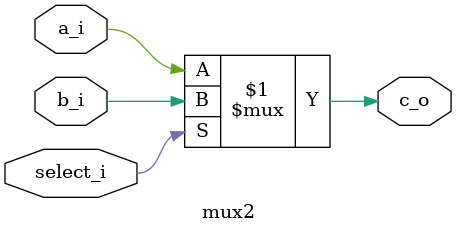
<source format=sv>
module mux2 (
  input [0:0] a_i,
  input [0:0] b_i,
  input [0:0] select_i,
  output [0:0] c_o
);

   // For Lab 2, you may use assign statements!
   // Your code here:
   
   assign c_o = (select_i) ? b_i : a_i;

endmodule

</source>
